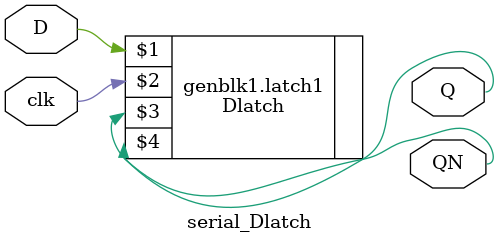
<source format=v>
`ifndef __SERIAL_DLATCH__
 `define __SERIAL_DLATCH__

 `include "src/memory/Dlatch/Dlatch.v"

module serial_Dlatch(D, clk, Q, QN);
   parameter WIRE = 1;

   input	  clk;
   input [WIRE -1:0] D;
   output [WIRE -1:0] Q, QN;

   if (WIRE > 0)
     Dlatch latch1(D[0], clk, Q[0], QN[0]);
   if (WIRE > 1)
     serial_Dlatch #(.WIRE(WIRE-1)) recall(.D(D[WIRE-1:1]),
					   .clk(clk),
					   .Q(Q[WIRE-1:1]),
					   .QN(QN[WIRE-1:1]));
endmodule

`endif

</source>
